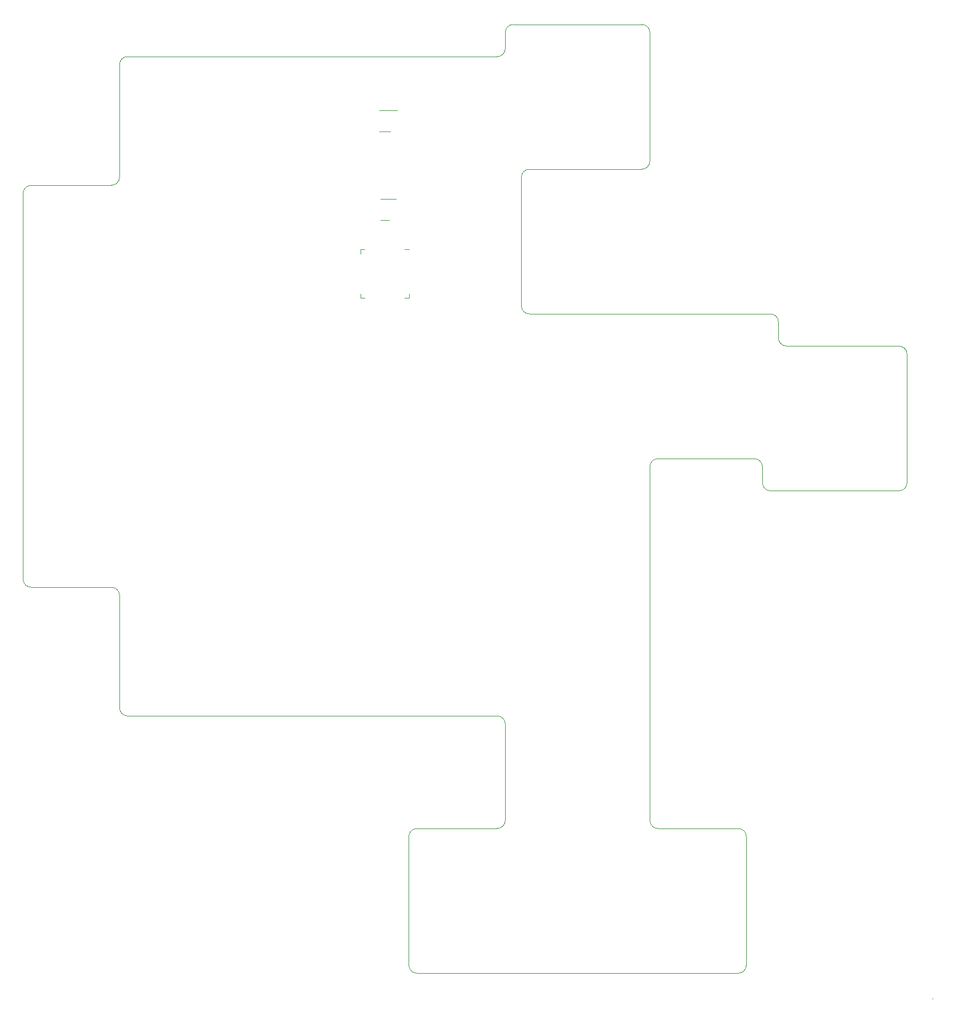
<source format=gbr>
G04 #@! TF.GenerationSoftware,KiCad,Pcbnew,(6.0.1)*
G04 #@! TF.CreationDate,2022-02-27T23:30:46-05:00*
G04 #@! TF.ProjectId,keyboard,6b657962-6f61-4726-942e-6b696361645f,rev?*
G04 #@! TF.SameCoordinates,Original*
G04 #@! TF.FileFunction,Legend,Bot*
G04 #@! TF.FilePolarity,Positive*
%FSLAX46Y46*%
G04 Gerber Fmt 4.6, Leading zero omitted, Abs format (unit mm)*
G04 Created by KiCad (PCBNEW (6.0.1)) date 2022-02-27 23:30:46*
%MOMM*%
%LPD*%
G01*
G04 APERTURE LIST*
G04 #@! TA.AperFunction,Profile*
%ADD10C,0.100000*%
G04 #@! TD*
G04 #@! TA.AperFunction,Profile*
%ADD11C,0.200000*%
G04 #@! TD*
%ADD12C,0.120000*%
G04 APERTURE END LIST*
D10*
X303609375Y-130968750D02*
X303609375Y-116681250D01*
X316706250Y-234553125D02*
X304800000Y-234553125D01*
X316706250Y-255984375D02*
G75*
G03*
X317896875Y-254793750I0J1190625D01*
G01*
X320278125Y-180975000D02*
X320278125Y-183356250D01*
X322659375Y-161925000D02*
G75*
G03*
X323850000Y-163115625I1190625J0D01*
G01*
X211931250Y-139303125D02*
G75*
G03*
X210740625Y-140493750I0J-1190625D01*
G01*
X284559375Y-157162500D02*
G75*
G03*
X285750000Y-158353125I1190625J0D01*
G01*
X303609375Y-233362500D02*
X303609375Y-180975000D01*
X242887500Y-120253125D02*
X280987500Y-120253125D01*
X280987500Y-120253125D02*
G75*
G03*
X282178125Y-119062500I0J1190625D01*
G01*
X304800000Y-179784375D02*
X319087500Y-179784375D01*
X282178125Y-219075000D02*
X282178125Y-233362500D01*
X317896875Y-254793750D02*
X317896875Y-235743750D01*
X226218750Y-217884375D02*
X280987500Y-217884375D01*
X341709375Y-183356250D02*
X341709375Y-178593750D01*
X303609375Y-233362500D02*
G75*
G03*
X304800000Y-234553125I1190625J0D01*
G01*
X284559375Y-141684375D02*
X284559375Y-138112500D01*
X225028125Y-200025000D02*
G75*
G03*
X223837500Y-198834375I-1190625J0D01*
G01*
X226218750Y-120253125D02*
X242887500Y-120253125D01*
X211931250Y-198834375D02*
X223837500Y-198834375D01*
X317896875Y-235743750D02*
G75*
G03*
X316706250Y-234553125I-1190625J0D01*
G01*
X210740625Y-197643750D02*
G75*
G03*
X211931250Y-198834375I1190625J0D01*
G01*
X225028125Y-216693750D02*
G75*
G03*
X226218750Y-217884375I1190625J0D01*
G01*
X302418750Y-136921875D02*
G75*
G03*
X303609375Y-135731250I0J1190625D01*
G01*
X304800000Y-179784375D02*
G75*
G03*
X303609375Y-180975000I0J-1190625D01*
G01*
X282178125Y-219075000D02*
G75*
G03*
X280987500Y-217884375I-1190625J0D01*
G01*
X280987500Y-234553125D02*
X269081250Y-234553125D01*
X225028125Y-121443750D02*
X225028125Y-138112500D01*
X285750000Y-136921875D02*
X302418750Y-136921875D01*
X341709375Y-164306250D02*
G75*
G03*
X340518750Y-163115625I-1190625J0D01*
G01*
X223837500Y-139303125D02*
G75*
G03*
X225028125Y-138112500I0J1190625D01*
G01*
X320278125Y-183356250D02*
G75*
G03*
X321468750Y-184546875I1190625J0D01*
G01*
X280987500Y-234553125D02*
G75*
G03*
X282178125Y-233362500I0J1190625D01*
G01*
X282178125Y-119062500D02*
X282178125Y-116681250D01*
X321468750Y-184546875D02*
X340518750Y-184546875D01*
X341709375Y-178593750D02*
X341709375Y-164306250D01*
X284559375Y-141684375D02*
X284559375Y-157162500D01*
D11*
X345518751Y-259793750D02*
G75*
G03*
X345518751Y-259793750I-1J0D01*
G01*
D10*
X269081250Y-255984375D02*
X316706250Y-255984375D01*
X322659375Y-161925000D02*
X322659375Y-159543750D01*
X267890625Y-254793750D02*
G75*
G03*
X269081250Y-255984375I1190625J0D01*
G01*
X226218750Y-120253125D02*
G75*
G03*
X225028125Y-121443750I0J-1190625D01*
G01*
X223837500Y-139303125D02*
X211931250Y-139303125D01*
X340518750Y-163115625D02*
X323850000Y-163115625D01*
X267890625Y-235743750D02*
X267890625Y-254793750D01*
X285750000Y-136921875D02*
G75*
G03*
X284559375Y-138112500I0J-1190625D01*
G01*
X303609375Y-135731250D02*
X303609375Y-130968750D01*
X225028125Y-200025000D02*
X225028125Y-216693750D01*
X303609375Y-116681250D02*
G75*
G03*
X302418750Y-115490625I-1190625J0D01*
G01*
X269081250Y-234553125D02*
G75*
G03*
X267890625Y-235743750I0J-1190625D01*
G01*
X340518750Y-184546875D02*
G75*
G03*
X341709375Y-183356250I0J1190625D01*
G01*
X283368750Y-115490625D02*
G75*
G03*
X282178125Y-116681250I0J-1190625D01*
G01*
X322659375Y-159543750D02*
G75*
G03*
X321468750Y-158353125I-1190625J0D01*
G01*
X320278125Y-180975000D02*
G75*
G03*
X319087500Y-179784375I-1190625J0D01*
G01*
X285750000Y-158353125D02*
X321468750Y-158353125D01*
X210740625Y-140493750D02*
X210740625Y-197643750D01*
X283368750Y-115490625D02*
X302418750Y-115490625D01*
D12*
X267278750Y-156010000D02*
X267928750Y-156010000D01*
X261358750Y-156010000D02*
X260708750Y-156010000D01*
X267928750Y-156010000D02*
X267928750Y-155360000D01*
X260708750Y-148790000D02*
X260708750Y-149440000D01*
X261358750Y-148790000D02*
X260708750Y-148790000D01*
X267278750Y-148790000D02*
X267928750Y-148790000D01*
X260708750Y-156010000D02*
X260708750Y-155360000D01*
X264318750Y-144435000D02*
X263668750Y-144435000D01*
X264318750Y-144435000D02*
X264968750Y-144435000D01*
X264318750Y-141315000D02*
X265993750Y-141315000D01*
X264318750Y-141315000D02*
X263668750Y-141315000D01*
X264318750Y-128218125D02*
X266118750Y-128218125D01*
X264318750Y-128218125D02*
X263518750Y-128218125D01*
X264318750Y-131338125D02*
X263518750Y-131338125D01*
X264318750Y-131338125D02*
X265118750Y-131338125D01*
M02*

</source>
